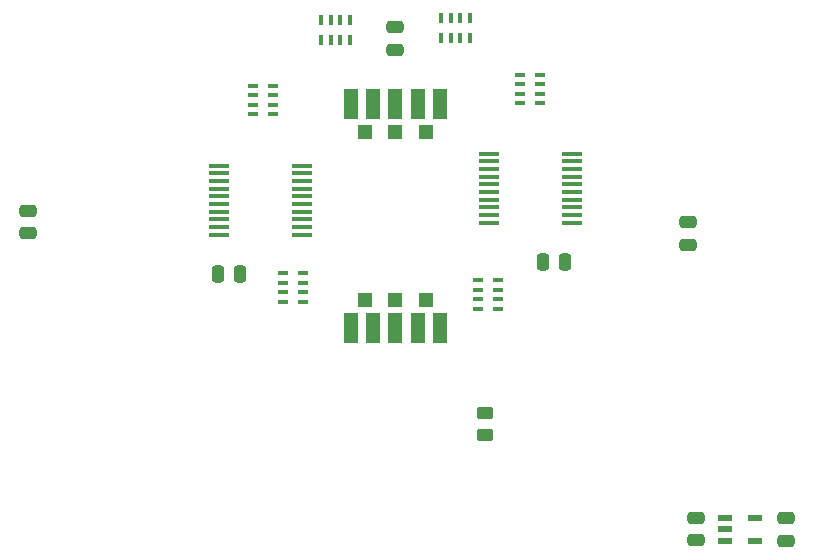
<source format=gtp>
%TF.GenerationSoftware,KiCad,Pcbnew,8.0.7*%
%TF.CreationDate,2025-03-15T15:07:21+02:00*%
%TF.ProjectId,LCD 14 Segment Tester,4c434420-3134-4205-9365-676d656e7420,V1*%
%TF.SameCoordinates,Original*%
%TF.FileFunction,Paste,Top*%
%TF.FilePolarity,Positive*%
%FSLAX46Y46*%
G04 Gerber Fmt 4.6, Leading zero omitted, Abs format (unit mm)*
G04 Created by KiCad (PCBNEW 8.0.7) date 2025-03-15 15:07:21*
%MOMM*%
%LPD*%
G01*
G04 APERTURE LIST*
G04 Aperture macros list*
%AMRoundRect*
0 Rectangle with rounded corners*
0 $1 Rounding radius*
0 $2 $3 $4 $5 $6 $7 $8 $9 X,Y pos of 4 corners*
0 Add a 4 corners polygon primitive as box body*
4,1,4,$2,$3,$4,$5,$6,$7,$8,$9,$2,$3,0*
0 Add four circle primitives for the rounded corners*
1,1,$1+$1,$2,$3*
1,1,$1+$1,$4,$5*
1,1,$1+$1,$6,$7*
1,1,$1+$1,$8,$9*
0 Add four rect primitives between the rounded corners*
20,1,$1+$1,$2,$3,$4,$5,0*
20,1,$1+$1,$4,$5,$6,$7,0*
20,1,$1+$1,$6,$7,$8,$9,0*
20,1,$1+$1,$8,$9,$2,$3,0*%
G04 Aperture macros list end*
%ADD10R,0.900000X0.450000*%
%ADD11R,0.450000X0.900000*%
%ADD12RoundRect,0.250000X-0.475000X0.250000X-0.475000X-0.250000X0.475000X-0.250000X0.475000X0.250000X0*%
%ADD13RoundRect,0.250000X0.450000X-0.262500X0.450000X0.262500X-0.450000X0.262500X-0.450000X-0.262500X0*%
%ADD14RoundRect,0.250000X0.475000X-0.250000X0.475000X0.250000X-0.475000X0.250000X-0.475000X-0.250000X0*%
%ADD15R,1.150000X0.600000*%
%ADD16RoundRect,0.250000X0.250000X0.475000X-0.250000X0.475000X-0.250000X-0.475000X0.250000X-0.475000X0*%
%ADD17R,1.800000X0.450000*%
%ADD18R,1.200000X2.500000*%
%ADD19R,1.300000X1.300000*%
G04 APERTURE END LIST*
D10*
%TO.C,RN5*%
X46140000Y40081200D03*
X46140000Y39281200D03*
X46140000Y38481200D03*
X46140000Y37681200D03*
X47840000Y37681200D03*
X47840000Y38481200D03*
X47840000Y39281200D03*
X47840000Y40081200D03*
%TD*%
%TO.C,RN7*%
X27774000Y20878800D03*
X27774000Y21678800D03*
X27774000Y22478800D03*
X27774000Y23278800D03*
X26074000Y23278800D03*
X26074000Y22478800D03*
X26074000Y21678800D03*
X26074000Y20878800D03*
%TD*%
D11*
%TO.C,RN2*%
X31680000Y44694000D03*
X30880000Y44694000D03*
X30080000Y44694000D03*
X29280000Y44694000D03*
X29280000Y42994000D03*
X30080000Y42994000D03*
X30880000Y42994000D03*
X31680000Y42994000D03*
%TD*%
D12*
%TO.C,C5*%
X35560000Y44114000D03*
X35560000Y42214000D03*
%TD*%
D13*
%TO.C,R2*%
X43180000Y9605000D03*
X43180000Y11430000D03*
%TD*%
D14*
%TO.C,C6*%
X61002000Y661000D03*
X61002000Y2561000D03*
%TD*%
D12*
%TO.C,C26*%
X60325000Y27604000D03*
X60325000Y25704000D03*
%TD*%
D15*
%TO.C,IC10*%
X63440000Y2535000D03*
X63440000Y1585000D03*
X63440000Y635000D03*
X66040000Y635000D03*
X66040000Y2535000D03*
%TD*%
D12*
%TO.C,C28*%
X4445000Y28570000D03*
X4445000Y26670000D03*
%TD*%
D16*
%TO.C,C29*%
X22397000Y23241000D03*
X20497000Y23241000D03*
%TD*%
D12*
%TO.C,C7*%
X68622000Y2529000D03*
X68622000Y629000D03*
%TD*%
D17*
%TO.C,IC22*%
X43440000Y33405000D03*
X43440000Y32755000D03*
X43439999Y32105000D03*
X43440000Y31455000D03*
X43440000Y30805000D03*
X43440000Y30155000D03*
X43440000Y29505000D03*
X43439999Y28855000D03*
X43440000Y28205000D03*
X43440000Y27555000D03*
X50540000Y27555000D03*
X50540000Y28205000D03*
X50540001Y28855000D03*
X50540000Y29505000D03*
X50540000Y30155000D03*
X50540000Y30805000D03*
X50540000Y31455000D03*
X50540001Y32105000D03*
X50540000Y32755000D03*
X50540000Y33405000D03*
%TD*%
D10*
%TO.C,RN6*%
X42545000Y22682200D03*
X42545000Y21882200D03*
X42545000Y21082200D03*
X42545000Y20282200D03*
X44245000Y20282200D03*
X44245000Y21082200D03*
X44245000Y21882200D03*
X44245000Y22682200D03*
%TD*%
D16*
%TO.C,C27*%
X49956000Y24257000D03*
X48056000Y24257000D03*
%TD*%
D10*
%TO.C,RN16*%
X25234000Y36753800D03*
X25234000Y37553800D03*
X25234000Y38353800D03*
X25234000Y39153800D03*
X23534000Y39153800D03*
X23534000Y38353800D03*
X23534000Y37553800D03*
X23534000Y36753800D03*
%TD*%
D18*
%TO.C,DS6*%
X31760000Y18629000D03*
X33660000Y18629000D03*
X35560000Y18629000D03*
X37460000Y18629000D03*
X39360000Y18629000D03*
D19*
X38160000Y21029000D03*
X35560000Y21029000D03*
X32960000Y21029000D03*
X32960000Y35229000D03*
X35560000Y35229000D03*
X38160000Y35229000D03*
D18*
X39360000Y37629000D03*
X37460000Y37629000D03*
X35560000Y37629000D03*
X33660000Y37629000D03*
X31760000Y37629000D03*
%TD*%
D11*
%TO.C,RN1*%
X41840000Y44880000D03*
X41040000Y44880000D03*
X40240000Y44880000D03*
X39440000Y44880000D03*
X39440000Y43180000D03*
X40240000Y43180000D03*
X41040000Y43180000D03*
X41840000Y43180000D03*
%TD*%
D17*
%TO.C,IC24*%
X27680000Y26539000D03*
X27680000Y27189000D03*
X27680001Y27839000D03*
X27680000Y28489000D03*
X27680000Y29139000D03*
X27680000Y29789000D03*
X27680000Y30439000D03*
X27680001Y31089000D03*
X27680000Y31739000D03*
X27680000Y32389000D03*
X20580000Y32389000D03*
X20580000Y31739000D03*
X20579999Y31089000D03*
X20580000Y30439000D03*
X20580000Y29789000D03*
X20580000Y29139000D03*
X20580000Y28489000D03*
X20579999Y27839000D03*
X20580000Y27189000D03*
X20580000Y26539000D03*
%TD*%
M02*

</source>
